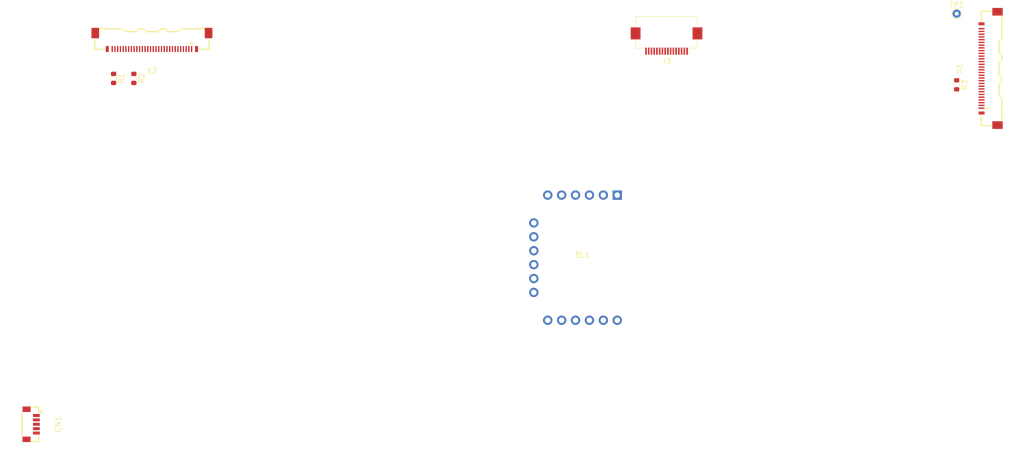
<source format=kicad_pcb>
(kicad_pcb (version 20240108) (generator "pcbnew") (generator_version "8.0")
  (layers (0 "F.Cu" signal) (31 "B.Cu" signal) (34 "B.Paste" user) (35 "F.Paste" user) (36 "B.SilkS" user "B.Silkscreen") (37 "F.SilkS" user "F.Silkscreen") (38 "B.Mask" user) (39 "F.Mask" user) (44 "Edge.Cuts" user))
  (net 0 "")
  (net 1 "/upbutton")
  (net 2 "/topbutton")
  (net 3 "/downbutton")
  (net 4 "/middlebutton")
  (net 5 "GND")
  (net 6 "/leftbutton")
  (net 7 "/rightbutton")
  (net 8 "/middlebottombutton")
  (net 10 "/middletopbutton")
  (net 11 "+3.3V")
  (net 12 "/bottombutton")
  (net 15 "/RTD2483AD_pin_105")
  (net 16 "/RTD2483AD_pin_110")
  (net 17 "/eDP_HPD")
  (net 18 "/eDP_L1+")
  (net 19 "Net-(TP1-Pad1)")
  (net 20 "/eDP_L0-")
  (net 21 "/BL_return_1")
  (net 22 "/eDP_L0+")
  (net 24 "/BL_return_4")
  (net 25 "/eDP_L1-")
  (net 26 "/BL_return_3")
  (net 28 "/eDP_AUX+")
  (net 29 "/eDP_AUX-")
  (net 30 "/BL_return_2")
  (net 32 "/NC_i2c??")
  (net 33 "+5V")
  (net 34 "/penpanel_USB_D-")
  (net 35 "/NC_i2c?")
  (net 37 "/penpanel_USB_D+")
  (net 50 "/fingerpanel_USB_D+")
  (net 51 "/fingerpanel_USB_D-")
  (net 62 "+VBL")
  (footprint "TestPoint:TestPoint_THTPad_D1.5mm_Drill0.7mm" (layer "F.Cu") (at 237 73)
    (property "Reference" "TP1" (at 0 -1.648 0) (layer "F.SilkS"))
    (property "Value" "Something")
    (fp_circle (center 0 0) (end 0 0.95) (stroke (width 0.12)) (fill none) (layer "F.SilkS"))
    (pad "1" thru_hole circle (at 0 0) (size 1.5 1.5) (drill 0.7) (layers "*.Cu" "*.Mask") (net 19 "Net-(TP1-Pad1)"))
  )
  (footprint "Resistor_SMD:R_0603_1608Metric" (layer "F.Cu") (at 237 86 -90)
    (property "Reference" "R3" (at 0 -1.43 90) (layer "F.SilkS"))
    (property "Value" "47kΩ")
    (fp_line (start -0.237258 0.5225) (end 0.237258 0.5225) (stroke (width 0.12)) (layer "F.SilkS"))
    (fp_line (start -0.237258 -0.5225) (end 0.237258 -0.5225) (stroke (width 0.12)) (layer "F.SilkS"))
    (pad "1" smd roundrect (at -0.824999 0 270) (size 0.8 0.95) (layers "F.Cu" "F.Paste" "F.Mask") (net 17 "/eDP_HPD"))
    (pad "2" smd roundrect (at 0.824999 0 270) (size 0.8 0.95) (layers "F.Cu" "F.Paste" "F.Mask") (net 5 "GND"))
  )
  (footprint "A_my_stuff:30pipex" (layer "F.Cu") (at 90 78 180)
    (property "Reference" "X2" (at 0 -5.460001 180) (layer "F.SilkS"))
    (property "Value" "13HD_penpanel")
    (fp_line (start 10.439999 -1.519999) (end 10.439999 0.280001) (stroke (width 0.25)) (layer "F.SilkS"))
    (fp_line (start 10.439999 -1.519999) (end 8.660001 -1.52) (stroke (width 0.25)) (layer "F.SilkS"))
    (fp_line (start 9.42 2.41) (end 9.04 2.409999) (stroke (width 0.25)) (layer "F.SilkS"))
    (fp_line (start 9.42 2.23) (end 9.42 2.41) (stroke (width 0.25)) (layer "F.SilkS"))
    (fp_line (start 9.04 2.409999) (end 9.040001 2.229999) (stroke (width 0.25)) (layer "F.SilkS"))
    (fp_line (start 5.51 2.23) (end 9.42 2.23) (stroke (width 0.25)) (layer "F.SilkS"))
    (fp_line (start 5.01 1.73) (end 5.51 2.23) (stroke (width 0.25)) (layer "F.SilkS"))
    (fp_line (start 2.909999 1.730001) (end 5.01 1.73) (stroke (width 0.25)) (layer "F.SilkS"))
    (fp_line (start 2.909999 1.730001) (end 2.410002 2.230001) (stroke (width 0.25)) (layer "F.SilkS"))
    (fp_line (start 2.410002 2.230001) (end 2.410002 2.230001) (stroke (width 0.25)) (layer "F.SilkS"))
    (fp_line (start 1.490001 2.23) (end 2.410002 2.230001) (stroke (width 0.25)) (layer "F.SilkS"))
    (fp_line (start 0.99 1.73) (end 1.490001 2.23) (stroke (width 0.25)) (layer "F.SilkS"))
    (fp_line (start -1.12 1.73) (end 0.99 1.73) (stroke (width 0.25)) (layer "F.SilkS"))
    (fp_line (start -1.12 1.73) (end -1.620001 2.229999) (stroke (width 0.25)) (layer "F.SilkS"))
    (fp_line (start -1.620001 2.229999) (end -1.61 2.23) (stroke (width 0.25)) (layer "F.SilkS"))
    (fp_line (start -2.43 2.23) (end -1.620001 2.229999) (stroke (width 0.25)) (layer "F.SilkS"))
    (fp_line (start -2.930001 1.729999) (end -2.43 2.23) (stroke (width 0.25)) (layer "F.SilkS"))
    (fp_line (start -5.04 1.73) (end -2.930001 1.729999) (stroke (width 0.25)) (layer "F.SilkS"))
    (fp_line (start -5.04 1.73) (end -5.54 2.23) (stroke (width 0.25)) (layer "F.SilkS"))
    (fp_line (start -5.54 2.23) (end -5.53 2.23) (stroke (width 0.25)) (layer "F.SilkS"))
    (fp_line (start -5.54 2.23) (end -9.42 2.23) (stroke (width 0.25)) (layer "F.SilkS"))
    (fp_line (start -8.66 -1.52) (end -10.459999 -1.519999) (stroke (width 0.25)) (layer "F.SilkS"))
    (fp_line (start -9.05 2.42) (end -9.42 2.42) (stroke (width 0.25)) (layer "F.SilkS"))
    (fp_line (start -9.050002 2.229999) (end -9.05 2.42) (stroke (width 0.25)) (layer "F.SilkS"))
    (fp_line (start -9.42 2.42) (end -9.42 2.42) (stroke (width 0.25)) (layer "F.SilkS"))
    (fp_line (start -9.42 2.23) (end -9.42 2.42) (stroke (width 0.25)) (layer "F.SilkS"))
    (fp_line (start -10.459999 -1.519999) (end -10.46 0.28) (stroke (width 0.25)) (layer "F.SilkS"))
    (fp_circle (center -7.25 -0.44) (end -7.1 -0.44) (stroke (width 0.3)) (fill none) (layer "F.SilkS"))
    (pad "1" smd rect (at -7.25 -1.46 180) (size 0.25 1.1) (layers "F.Cu" "F.Paste" "F.Mask"))
    (pad "2" smd rect (at -6.749999 -1.460001 180) (size 0.25 1.1) (layers "F.Cu" "F.Paste" "F.Mask"))
    (pad "3" smd rect (at -6.25 -1.46 180) (size 0.25 1.1) (layers "F.Cu" "F.Paste" "F.Mask"))
    (pad "4" smd rect (at -5.75 -1.46 180) (size 0.25 1.1) (layers "F.Cu" "F.Paste" "F.Mask"))
    (pad "5" smd rect (at -5.25 -1.46 180) (size 0.25 1.1) (layers "F.Cu" "F.Paste" "F.Mask") (net 5 "GND"))
    (pad "6" smd rect (at -4.75 -1.460002 180) (size 0.25 1.1) (layers "F.Cu" "F.Paste" "F.Mask") (net 5 "GND"))
    (pad "7" smd rect (at -4.25 -1.46 180) (size 0.25 1.1) (layers "F.Cu" "F.Paste" "F.Mask"))
    (pad "8" smd rect (at -3.750001 -1.46 180) (size 0.25 1.1) (layers "F.Cu" "F.Paste" "F.Mask") (net 37 "/penpanel_USB_D+"))
    (pad "9" smd rect (at -3.25 -1.46 180) (size 0.25 1.1) (layers "F.Cu" "F.Paste" "F.Mask") (net 34 "/penpanel_USB_D-"))
    (pad "10" smd rect (at -2.75 -1.46 180) (size 0.25 1.1) (layers "F.Cu" "F.Paste" "F.Mask") (net 33 "+5V"))
    (pad "11" smd rect (at -2.25 -1.459999 180) (size 0.25 1.1) (layers "F.Cu" "F.Paste" "F.Mask") (net 33 "+5V"))
    (pad "12" smd rect (at -1.75 -1.46 180) (size 0.25 1.1) (layers "F.Cu" "F.Paste" "F.Mask") (net 5 "GND"))
    (pad "13" smd rect (at -1.249999 -1.459999 180) (size 0.25 1.1) (layers "F.Cu" "F.Paste" "F.Mask") (net 5 "GND"))
    (pad "14" smd rect (at -0.75 -1.46 180) (size 0.25 1.1) (layers "F.Cu" "F.Paste" "F.Mask") (net 4 "/middlebutton"))
    (pad "15" smd rect (at -0.25 -1.46 180) (size 0.25 1.1) (layers "F.Cu" "F.Paste" "F.Mask") (net 3 "/downbutton"))
    (pad "16" smd rect (at 0.25 -1.46 180) (size 0.25 1.1) (layers "F.Cu" "F.Paste" "F.Mask") (net 6 "/leftbutton"))
    (pad "17" smd rect (at 0.749999 -1.459999 180) (size 0.25 1.1) (layers "F.Cu" "F.Paste" "F.Mask") (net 1 "/upbutton"))
    (pad "18" smd rect (at 1.249999 -1.459999 180) (size 0.25 1.1) (layers "F.Cu" "F.Paste" "F.Mask") (net 7 "/rightbutton"))
    (pad "19" smd rect (at 1.75 -1.46 180) (size 0.25 1.1) (layers "F.Cu" "F.Paste" "F.Mask") (net 12 "/bottombutton"))
    (pad "20" smd rect (at 2.249999 -1.459999 180) (size 0.25 1.1) (layers "F.Cu" "F.Paste" "F.Mask") (net 8 "/middlebottombutton"))
    (pad "21" smd rect (at 2.75 -1.46 180) (size 0.25 1.1) (layers "F.Cu" "F.Paste" "F.Mask") (net 10 "/middletopbutton"))
    (pad "22" smd rect (at 3.250001 -1.459999 180) (size 0.25 1.1) (layers "F.Cu" "F.Paste" "F.Mask") (net 2 "/topbutton"))
    (pad "23" smd rect (at 3.75 -1.460001 180) (size 0.25 1.1) (layers "F.Cu" "F.Paste" "F.Mask") (net 5 "GND"))
    (pad "24" smd rect (at 4.250001 -1.460002 180) (size 0.25 1.1) (layers "F.Cu" "F.Paste" "F.Mask") (net 16 "/RTD2483AD_pin_110"))
    (pad "25" smd rect (at 4.750001 -1.459999 180) (size 0.25 1.1) (layers "F.Cu" "F.Paste" "F.Mask") (net 35 "/NC_i2c?"))
    (pad "26" smd rect (at 5.25 -1.46 180) (size 0.25 1.1) (layers "F.Cu" "F.Paste" "F.Mask") (net 32 "/NC_i2c??"))
    (pad "27" smd rect (at 5.75 -1.460002 180) (size 0.25 1.1) (layers "F.Cu" "F.Paste" "F.Mask") (net 5 "GND"))
    (pad "28" smd rect (at 6.25 -1.46 180) (size 0.25 1.1) (layers "F.Cu" "F.Paste" "F.Mask") (net 15 "/RTD2483AD_pin_105"))
    (pad "29" smd rect (at 6.749999 -1.46 180) (size 0.25 1.1) (layers "F.Cu" "F.Paste" "F.Mask"))
    (pad "30" smd rect (at 7.25 -1.46 180) (size 0.25 1.1) (layers "F.Cu" "F.Paste" "F.Mask"))
    (pad "31" smd rect (at -10.35 1.46 180) (size 1.4 1.9) (layers "F.Cu" "F.Paste" "F.Mask") (net 5 "GND"))
    (pad "32" smd rect (at 10.35 1.46 180) (size 1.4 1.9) (layers "F.Cu" "F.Paste" "F.Mask") (net 5 "GND"))
    (pad "33" smd rect (at -8.15 -1.46 180) (size 0.55 1.1) (layers "F.Cu" "F.Paste" "F.Mask") (net 5 "GND"))
    (pad "34" smd rect (at 8.15 -1.46 180) (size 0.55 1.1) (layers "F.Cu" "F.Paste" "F.Mask") (net 5 "GND"))
  )
  (footprint "A_my_stuff:minitek5p0.8mm" (layer "F.Cu") (at 68 148 -90)
    (property "Reference" "CN1" (at 0.000001 -4.9 90) (layer "F.SilkS"))
    (property "Value" "13HD_fingerpanel")
    (fp_line (start -2.02 1.7) (end 2.030001 1.7) (stroke (width 0.25)) (layer "F.SilkS"))
    (fp_line (start -3.15 -0.079999) (end -3.149999 -1.32) (stroke (width 0.25)) (layer "F.SilkS"))
    (fp_line (start -3.149999 -1.32) (end -2.11 -1.319999) (stroke (width 0.25)) (layer "F.SilkS"))
    (fp_line (start 3.150001 -1.32) (end 3.15 -0.080001) (stroke (width 0.25)) (layer "F.SilkS"))
    (fp_line (start 3.150001 -1.32) (end 2.109999 -1.32) (stroke (width 0.25)) (layer "F.SilkS"))
    (fp_circle (center -2.3 -1.7) (end -2.2 -1.7) (stroke (width 0.25)) (fill none) (layer "F.SilkS"))
    (pad "1" smd rect (at -1.6 -0.9 270) (size 0.55 1.23) (layers "F.Cu" "F.Paste" "F.Mask") (net 5 "GND"))
    (pad "2" smd rect (at -0.8 -0.899999 270) (size 0.55 1.23) (layers "F.Cu" "F.Paste" "F.Mask"))
    (pad "3" smd rect (at -0.000001 -0.900001 270) (size 0.55 1.23) (layers "F.Cu" "F.Paste" "F.Mask") (net 50 "/fingerpanel_USB_D+"))
    (pad "4" smd rect (at 0.8 -0.900001 270) (size 0.55 1.23) (layers "F.Cu" "F.Paste" "F.Mask") (net 51 "/fingerpanel_USB_D-"))
    (pad "5" smd rect (at 1.6 -0.9 270) (size 0.55 1.23) (layers "F.Cu" "F.Paste" "F.Mask") (net 33 "+5V"))
    (pad "6" smd rect (at 2.75 0.9 270) (size 1 1.5) (layers "F.Cu" "F.Paste" "F.Mask") (net 5 "GND"))
    (pad "7" smd rect (at -2.75 0.9 270) (size 1 1.5) (layers "F.Cu" "F.Paste" "F.Mask") (net 5 "GND"))
  )
  (footprint "Resistor_SMD:R_0603_1608Metric" (layer "F.Cu") (at 83 84.824999 -90)
    (property "Reference" "R1" (at 0 -1.43 90) (layer "F.SilkS"))
    (property "Value" "4.7kΩ")
    (fp_line (start -0.237258 0.5225) (end 0.237258 0.5225) (stroke (width 0.12)) (layer "F.SilkS"))
    (fp_line (start -0.237258 -0.5225) (end 0.237258 -0.5225) (stroke (width 0.12)) (layer "F.SilkS"))
    (pad "1" smd roundrect (at -0.824999 0 270) (size 0.8 0.95) (layers "F.Cu" "F.Paste" "F.Mask") (net 15 "/RTD2483AD_pin_105"))
    (pad "2" smd roundrect (at 0.824999 0 270) (size 0.8 0.95) (layers "F.Cu" "F.Paste" "F.Mask") (net 5 "GND"))
  )
  (footprint "A_my_stuff:30pipex" (layer "F.Cu") (at 243 83 90)
    (property "Reference" "X1" (at 0.000001 -5.46 -90) (layer "F.SilkS"))
    (property "Value" "13HD_eDP")
    (fp_line (start -8.66 -1.52) (end -10.46 -1.519999) (stroke (width 0.25)) (layer "F.SilkS"))
    (fp_line (start 10.44 -1.519999) (end 8.660001 -1.52) (stroke (width 0.25)) (layer "F.SilkS"))
    (fp_line (start 10.44 -1.519999) (end 10.44 0.280001) (stroke (width 0.25)) (layer "F.SilkS"))
    (fp_line (start -10.46 -1.519999) (end -10.46 0.28) (stroke (width 0.25)) (layer "F.SilkS"))
    (fp_line (start 5.01 1.73) (end 5.51 2.23) (stroke (width 0.25)) (layer "F.SilkS"))
    (fp_line (start 0.99 1.73) (end 1.490001 2.23) (stroke (width 0.25)) (layer "F.SilkS"))
    (fp_line (start -1.12 1.73) (end 0.99 1.73) (stroke (width 0.25)) (layer "F.SilkS"))
    (fp_line (start -1.12 1.73) (end -1.620001 2.23) (stroke (width 0.25)) (layer "F.SilkS"))
    (fp_line (start -2.930001 1.73) (end -2.43 2.23) (stroke (width 0.25)) (layer "F.SilkS"))
    (fp_line (start -5.04 1.73) (end -2.930001 1.73) (stroke (width 0.25)) (layer "F.SilkS"))
    (fp_line (start -5.04 1.73) (end -5.54 2.23) (stroke (width 0.25)) (layer "F.SilkS"))
    (fp_line (start 2.91 1.730001) (end 5.01 1.73) (stroke (width 0.25)) (layer "F.SilkS"))
    (fp_line (start 2.91 1.730001) (end 2.410001 2.23) (stroke (width 0.25)) (layer "F.SilkS"))
    (fp_line (start -9.050001 2.229999) (end -9.05 2.42) (stroke (width 0.25)) (layer "F.SilkS"))
    (fp_line (start 9.42 2.23) (end 9.42 2.41) (stroke (width 0.25)) (layer "F.SilkS"))
    (fp_line (start 5.51 2.23) (end 9.42 2.23) (stroke (width 0.25)) (layer "F.SilkS"))
    (fp_line (start 2.410001 2.23) (end 2.410001 2.23) (stroke (width 0.25)) (layer "F.SilkS"))
    (fp_line (start 1.490001 2.23) (end 2.410001 2.23) (stroke (width 0.25)) (layer "F.SilkS"))
    (fp_line (start -1.620001 2.23) (end -1.61 2.23) (stroke (width 0.25)) (layer "F.SilkS"))
    (fp_line (start -2.43 2.23) (end -1.620001 2.23) (stroke (width 0.25)) (layer "F.SilkS"))
    (fp_line (start -5.54 2.23) (end -5.53 2.23) (stroke (width 0.25)) (layer "F.SilkS"))
    (fp_line (start -5.54 2.23) (end -9.42 2.23) (stroke (width 0.25)) (layer "F.SilkS"))
    (fp_line (start -9.42 2.23) (end -9.42 2.42) (stroke (width 0.25)) (layer "F.SilkS"))
    (fp_line (start 9.04 2.409999) (end 9.04 2.229999) (stroke (width 0.25)) (layer "F.SilkS"))
    (fp_line (start 9.42 2.41) (end 9.04 2.409999) (stroke (width 0.25)) (layer "F.SilkS"))
    (fp_line (start -9.05 2.42) (end -9.42 2.42) (stroke (width 0.25)) (layer "F.SilkS"))
    (fp_line (start -9.42 2.42) (end -9.42 2.42) (stroke (width 0.25)) (layer "F.SilkS"))
    (fp_circle (center -7.25 -0.44) (end -7.1 -0.44) (stroke (width 0.3)) (fill none) (layer "F.SilkS"))
    (pad "1" smd rect (at -7.25 -1.46 90) (size 0.25 1.1) (layers "F.Cu" "F.Paste" "F.Mask"))
    (pad "2" smd rect (at -6.75 -1.460001 90) (size 0.25 1.1) (layers "F.Cu" "F.Paste" "F.Mask"))
    (pad "3" smd rect (at -6.25 -1.46 90) (size 0.25 1.1) (layers "F.Cu" "F.Paste" "F.Mask"))
    (pad "4" smd rect (at -5.75 -1.46 90) (size 0.25 1.1) (layers "F.Cu" "F.Paste" "F.Mask") (net 62 "+VBL"))
    (pad "5" smd rect (at -5.25 -1.46 90) (size 0.25 1.1) (layers "F.Cu" "F.Paste" "F.Mask") (net 62 "+VBL"))
    (pad "6" smd rect (at -4.75 -1.460001 90) (size 0.25 1.1) (layers "F.Cu" "F.Paste" "F.Mask"))
    (pad "7" smd rect (at -4.25 -1.46 90) (size 0.25 1.1) (layers "F.Cu" "F.Paste" "F.Mask") (net 24 "/BL_return_4"))
    (pad "8" smd rect (at -3.750001 -1.46 90) (size 0.25 1.1) (layers "F.Cu" "F.Paste" "F.Mask") (net 26 "/BL_return_3"))
    (pad "9" smd rect (at -3.25 -1.46 90) (size 0.25 1.1) (layers "F.Cu" "F.Paste" "F.Mask") (net 30 "/BL_return_2"))
    (pad "10" smd rect (at -2.75 -1.46 90) (size 0.25 1.1) (layers "F.Cu" "F.Paste" "F.Mask") (net 21 "/BL_return_1"))
    (pad "11" smd rect (at -2.25 -1.459999 90) (size 0.25 1.1) (layers "F.Cu" "F.Paste" "F.Mask"))
    (pad "12" smd rect (at -1.75 -1.46 90) (size 0.25 1.1) (layers "F.Cu" "F.Paste" "F.Mask"))
    (pad "13" smd rect (at -1.249999 -1.46 90) (size 0.25 1.1) (layers "F.Cu" "F.Paste" "F.Mask"))
    (pad "14" smd rect (at -0.75 -1.46 90) (size 0.25 1.1) (layers "F.Cu" "F.Paste" "F.Mask"))
    (pad "15" smd rect (at -0.25 -1.46 90) (size 0.25 1.1) (layers "F.Cu" "F.Paste" "F.Mask") (net 17 "/eDP_HPD"))
    (pad "16" smd rect (at 0.25 -1.46 90) (size 0.25 1.1) (layers "F.Cu" "F.Paste" "F.Mask") (net 5 "GND"))
    (pad "17" smd rect (at 0.749999 -1.46 90) (size 0.25 1.1) (layers "F.Cu" "F.Paste" "F.Mask"))
    (pad "18" smd rect (at 1.25 -1.459999 90) (size 0.25 1.1) (layers "F.Cu" "F.Paste" "F.Mask") (net 11 "+3.3V"))
    (pad "19" smd rect (at 1.75 -1.46 90) (size 0.25 1.1) (layers "F.Cu" "F.Paste" "F.Mask") (net 11 "+3.3V"))
    (pad "20" smd rect (at 2.249999 -1.46 90) (size 0.25 1.1) (layers "F.Cu" "F.Paste" "F.Mask") (net 5 "GND"))
    (pad "21" smd rect (at 2.75 -1.46 90) (size 0.25 1.1) (layers "F.Cu" "F.Paste" "F.Mask") (net 29 "/eDP_AUX-"))
    (pad "22" smd rect (at 3.250001 -1.459999 90) (size 0.25 1.1) (layers "F.Cu" "F.Paste" "F.Mask") (net 28 "/eDP_AUX+"))
    (pad "23" smd rect (at 3.75 -1.460001 90) (size 0.25 1.1) (layers "F.Cu" "F.Paste" "F.Mask") (net 5 "GND"))
    (pad "24" smd rect (at 4.25 -1.460001 90) (size 0.25 1.1) (layers "F.Cu" "F.Paste" "F.Mask") (net 22 "/eDP_L0+"))
    (pad "25" smd rect (at 4.750001 -1.459999 90) (size 0.25 1.1) (layers "F.Cu" "F.Paste" "F.Mask") (net 20 "/eDP_L0-"))
    (pad "26" smd rect (at 5.25 -1.46 90) (size 0.25 1.1) (layers "F.Cu" "F.Paste" "F.Mask") (net 5 "GND"))
    (pad "27" smd rect (at 5.75 -1.460001 90) (size 0.25 1.1) (layers "F.Cu" "F.Paste" "F.Mask") (net 18 "/eDP_L1+"))
    (pad "28" smd rect (at 6.25 -1.46 90) (size 0.25 1.1) (layers "F.Cu" "F.Paste" "F.Mask") (net 25 "/eDP_L1-"))
    (pad "29" smd rect (at 6.749999 -1.46 90) (size 0.25 1.1) (layers "F.Cu" "F.Paste" "F.Mask") (net 5 "GND"))
    (pad "30" smd rect (at 7.25 -1.46 90) (size 0.25 1.1) (layers "F.Cu" "F.Paste" "F.Mask") (net 19 "Net-(TP1-Pad1)"))
    (pad "31" smd rect (at -10.35 1.46 90) (size 1.4 1.9) (layers "F.Cu" "F.Paste" "F.Mask") (net 5 "GND"))
    (pad "32" smd rect (at 10.35 1.46 90) (size 1.4 1.9) (layers "F.Cu" "F.Paste" "F.Mask") (net 5 "GND"))
    (pad "33" smd rect (at -8.15 -1.46 90) (size 0.55 1.1) (layers "F.Cu" "F.Paste" "F.Mask") (net 5 "GND"))
    (pad "34" smd rect (at 8.15 -1.46 90) (size 0.55 1.1) (layers "F.Cu" "F.Paste" "F.Mask") (net 5 "GND"))
  )
  (footprint "Connector_FFC-FPC:Hirose_FH12-16S-0.5SH_1x16-1MP_P0.50mm_Horizontal" (layer "F.Cu") (at 184 78 180)
    (property "Reference" "J3" (at 0 -3.7 180) (layer "F.SilkS"))
    (property "Value" "13HD_buttonboard")
    (fp_line (start 5.650001 -1.299999) (end 5.65 0.04) (stroke (width 0.12)) (layer "F.SilkS"))
    (fp_line (start 5.649999 4.500001) (end 5.65 2.76) (stroke (width 0.12)) (layer "F.SilkS"))
    (fp_line (start 4.16 -1.299999) (end 5.650001 -1.299999) (stroke (width 0.12)) (layer "F.SilkS"))
    (fp_line (start -4.16 -1.299998) (end -4.16 -2.5) (stroke (width 0.12)) (layer "F.SilkS"))
    (fp_line (start -4.16 -1.299998) (end -5.65 -1.299999) (stroke (width 0.12)) (layer "F.SilkS"))
    (fp_line (start -5.649999 2.760001) (end -5.65 4.5) (stroke (width 0.12)) (layer "F.SilkS"))
    (fp_line (start -5.65 4.5) (end 5.649999 4.500001) (stroke (width 0.12)) (layer "F.SilkS"))
    (fp_line (start -5.65 -1.299999) (end -5.65 0.04) (stroke (width 0.12)) (layer "F.SilkS"))
    (pad "1" smd rect (at -3.75 -1.85 180) (size 0.3 1.3) (layers "F.Cu" "F.Paste" "F.Mask") (net 11 "+3.3V"))
    (pad "2" smd rect (at -3.25 -1.85 180) (size 0.3 1.3) (layers "F.Cu" "F.Paste" "F.Mask") (net 11 "+3.3V"))
    (pad "3" smd rect (at -2.749999 -1.85 180) (size 0.3 1.3) (layers "F.Cu" "F.Paste" "F.Mask") (net 2 "/topbutton"))
    (pad "4" smd rect (at -2.25 -1.849999 180) (size 0.3 1.3) (layers "F.Cu" "F.Paste" "F.Mask") (net 10 "/middletopbutton"))
    (pad "5" smd rect (at -1.750001 -1.849998 180) (size 0.3 1.3) (layers "F.Cu" "F.Paste" "F.Mask") (net 8 "/middlebottombutton"))
    (pad "6" smd rect (at -1.25 -1.85 180) (size 0.3 1.3) (layers "F.Cu" "F.Paste" "F.Mask") (net 12 "/bottombutton"))
    (pad "7" smd rect (at -0.75 -1.85 180) (size 0.3 1.3) (layers "F.Cu" "F.Paste" "F.Mask") (net 3 "/downbutton"))
    (pad "8" smd rect (at -0.25 -1.85 180) (size 0.3 1.3) (layers "F.Cu" "F.Paste" "F.Mask") (net 1 "/upbutton"))
    (pad "9" smd rect (at 0.25 -1.849999 180) (size 0.3 1.3) (layers "F.Cu" "F.Paste" "F.Mask") (net 6 "/leftbutton"))
    (pad "10" smd rect (at 0.75 -1.85 180) (size 0.3 1.3) (layers "F.Cu" "F.Paste" "F.Mask") (net 7 "/rightbutton"))
    (pad "11" smd rect (at 1.25 -1.85 180) (size 0.3 1.3) (layers "F.Cu" "F.Paste" "F.Mask") (net 4 "/middlebutton"))
    (pad "12" smd rect (at 1.749999 -1.849998 180) (size 0.3 1.3) (layers "F.Cu" "F.Paste" "F.Mask"))
    (pad "13" smd rect (at 2.250001 -1.849999 180) (size 0.3 1.3) (layers "F.Cu" "F.Paste" "F.Mask"))
    (pad "14" smd rect (at 2.75 -1.85 180) (size 0.3 1.3) (layers "F.Cu" "F.Paste" "F.Mask"))
    (pad "15" smd rect (at 3.249999 -1.85 180) (size 0.3 1.3) (layers "F.Cu" "F.Paste" "F.Mask") (net 5 "GND"))
    (pad "16" smd rect (at 3.75 -1.85 180) (size 0.3 1.3) (layers "F.Cu" "F.Paste" "F.Mask") (net 5 "GND"))
    (pad "MP" smd rect (at -5.65 1.4 180) (size 1.8 2.2) (layers "F.Cu" "F.Paste" "F.Mask") (net 5 "GND"))
    (pad "MP" smd rect (at 5.650001 1.400001 180) (size 1.8 2.2) (layers "F.Cu" "F.Paste" "F.Mask") (net 5 "GND"))
  )
  (footprint "A_my_stuff:koyomi-backlight" (layer "F.Cu") (at 168.65 117.57)
    (property "Reference" "BL1" (at 0 -0.5 0) (layer "F.SilkS"))
    (property "Value" "~")
    (pad "1" thru_hole rect (at 6.35 -11.43) (size 1.7 1.7) (drill 1) (layers "*.Cu" "*.Mask") (net 62 "+VBL"))
    (pad "2" thru_hole circle (at 3.81 -11.43) (size 1.7 1.7) (drill 1) (layers "*.Cu" "*.Mask"))
    (pad "3" thru_hole circle (at 1.27 -11.43) (size 1.7 1.7) (drill 1) (layers "*.Cu" "*.Mask") (net 5 "GND"))
    (pad "4" thru_hole circle (at -1.27 -11.43) (size 1.7 1.7) (drill 1) (layers "*.Cu" "*.Mask") (net 33 "+5V"))
    (pad "5" thru_hole circle (at -3.81 -11.43) (size 1.7 1.7) (drill 1) (layers "*.Cu" "*.Mask"))
    (pad "6" thru_hole circle (at -6.35 -11.43) (size 1.7 1.7) (drill 1) (layers "*.Cu" "*.Mask"))
    (pad "7" thru_hole circle (at -8.89 -6.35) (size 1.7 1.7) (drill 1) (layers "*.Cu" "*.Mask") (net 5 "GND"))
    (pad "8" thru_hole circle (at -8.89 -3.81) (size 1.7 1.7) (drill 1) (layers "*.Cu" "*.Mask") (net 11 "+3.3V"))
    (pad "9" thru_hole circle (at -8.89 -1.27) (size 1.7 1.7) (drill 1) (layers "*.Cu" "*.Mask"))
    (pad "10" thru_hole circle (at -8.89 1.27) (size 1.7 1.7) (drill 1) (layers "*.Cu" "*.Mask"))
    (pad "11" thru_hole circle (at -8.89 3.81) (size 1.7 1.7) (drill 1) (layers "*.Cu" "*.Mask"))
    (pad "12" thru_hole circle (at -8.89 6.35) (size 1.7 1.7) (drill 1) (layers "*.Cu" "*.Mask"))
    (pad "13" thru_hole circle (at -6.35 11.43) (size 1.7 1.7) (drill 1) (layers "*.Cu" "*.Mask") (net 21 "/BL_return_1"))
    (pad "14" thru_hole circle (at -3.81 11.43) (size 1.7 1.7) (drill 1) (layers "*.Cu" "*.Mask") (net 30 "/BL_return_2"))
    (pad "15" thru_hole circle (at -1.27 11.43) (size 1.7 1.7) (drill 1) (layers "*.Cu" "*.Mask") (net 26 "/BL_return_3"))
    (pad "16" thru_hole circle (at 1.27 11.43) (size 1.7 1.7) (drill 1) (layers "*.Cu" "*.Mask") (net 24 "/BL_return_4"))
    (pad "17" thru_hole circle (at 3.81 11.43) (size 1.7 1.7) (drill 1) (layers "*.Cu" "*.Mask"))
    (pad "18" thru_hole circle (at 6.35 11.43) (size 1.7 1.7) (drill 1) (layers "*.Cu" "*.Mask"))
  )
  (footprint "Resistor_SMD:R_0603_1608Metric" (layer "F.Cu") (at 86.7 84.824999 -90)
    (property "Reference" "R2" (at 0 -1.43 90) (layer "F.SilkS"))
    (property "Value" "4.7kΩ")
    (fp_line (start -0.237258 0.5225) (end 0.237258 0.5225) (stroke (width 0.12)) (layer "F.SilkS"))
    (fp_line (start -0.237258 -0.5225) (end 0.237258 -0.5225) (stroke (width 0.12)) (layer "F.SilkS"))
    (pad "1" smd roundrect (at -0.824999 0 270) (size 0.8 0.95) (layers "F.Cu" "F.Paste" "F.Mask") (net 16 "/RTD2483AD_pin_110"))
    (pad "2" smd roundrect (at 0.824999 0 270) (size 0.8 0.95) (layers "F.Cu" "F.Paste" "F.Mask") (net 5 "GND"))
  )
)
</source>
